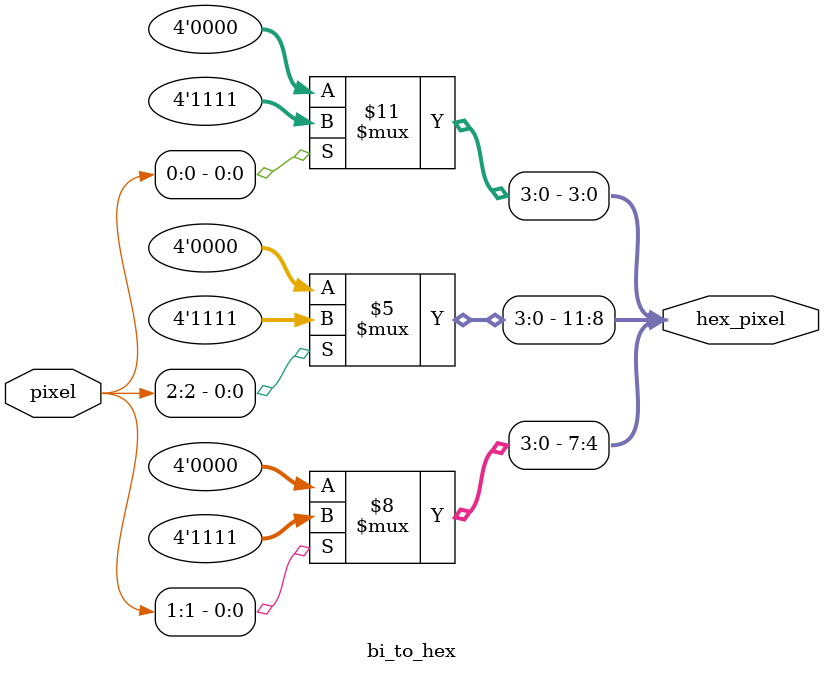
<source format=v>
`timescale 1ns / 1ps


module bi_to_hex(
    pixel,hex_pixel
    );
input [2:0] pixel;
output reg [11:0] hex_pixel;

always@(*)begin
    if(pixel[0]) hex_pixel[3:0]=4'hf;
    else hex_pixel[3:0]=4'h0;
end
always@(*)begin
    if(pixel[1]) hex_pixel[7:4]=4'hf;
    else hex_pixel[7:4]=4'h0;
end
always@(*)begin
    if(pixel[2]) hex_pixel[11:8]=4'hf;
    else hex_pixel[11:8]=4'h0;
end
endmodule

</source>
